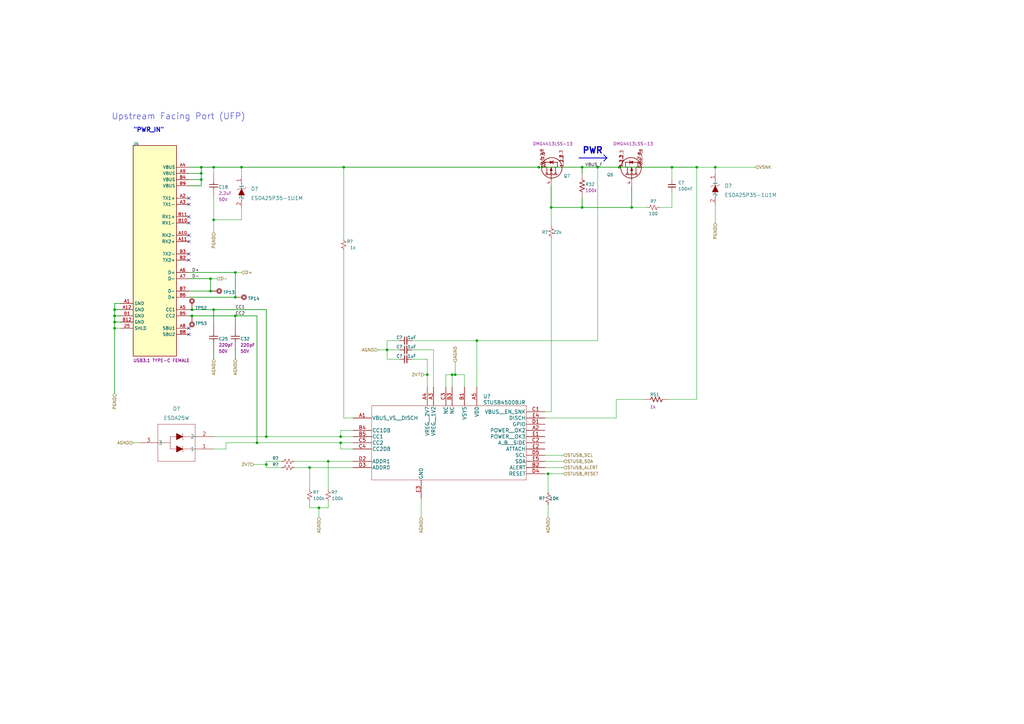
<source format=kicad_sch>
(kicad_sch (version 20211123) (generator eeschema)
  (paper "A3")
  (title_block (company "Microchip Technology Inc."))
  (lib_symbols
    (symbol "Device:C_Small" (pin_numbers hide) (pin_names (offset 0.254) hide)
      (property "Reference" "C" (at 0.254 1.778 0))
      (property "Value" "C_Small" (at 0.254 -2.032 0))
      (symbol "C_Small_1_1"
        (pin passive line (at 0 2.54 270) (length 2.032) (name "~") (number "1"))
        (pin passive line (at 0 -2.54 90) (length 2.032) (name "~") (number "2"))
      )
    )
    (symbol "Device:R_Small_US" (pin_numbers hide) (pin_names (offset 0.254) hide)
      (property "Reference" "R" (at 0.762 0.508 0))
      (property "Value" "R_Small_US" (at 0.762 -1.016 0))
      (symbol "R_Small_US_1_1"
        (pin passive line (at 0 2.54 270) (length 1.016) (name "~") (number "1"))
        (pin passive line (at 0 -2.54 90) (length 1.016) (name "~") (number "2"))
      )
    )
    (symbol "ESDA25P35-1U1M:ESDA25P35-1U1M" (pin_names (offset 0.254))
      (property "Reference" "CR" (at 0 7.62 0))
      (property "Value" "ESDA25P35-1U1M" (at 0 5.08 0))
      (symbol "ESDA25P35-1U1M_1_1"
        (pin unspecified line (at -6.35 0 0) (length 3) (name "1") (number "1"))
        (pin unspecified line (at 6.35 0 180) (length 3) (name "2") (number "2"))
      )
    )
    (symbol "ESDA25W:ESDA25W" (pin_names (offset 0.254))
      (property "Reference" "CR" (at 15.24 10.16 0))
      (property "Value" "ESDA25W" (at 15.24 7.62 0))
      (symbol "ESDA25W_1_1"
        (pin unspecified line (at 0 0 0) (length 7.62) (name "1") (number "1"))
        (pin unspecified line (at 0 -5.08 0) (length 7.62) (name "2") (number "2"))
        (pin unspecified line (at 30.48 -2.54 180) (length 7.62) (name "3") (number "3"))
      )
    )
    (symbol "STUSB4500BJR:STUSB4500BJR" (pin_names (offset 0.254))
      (property "Reference" "U" (at 20.32 20.32 0))
      (property "Value" "STUSB4500BJR" (at 27.94 17.78 0))
      (symbol "STUSB4500BJR_1_1"
        (pin input line (at -38.1 10.16 0) (length 7.62) (name "VBUS_VS__DISCH") (number "A1"))
        (pin open_collector line (at 40.64 5.08 180) (length 7.62) (name "POWER__OK2") (number "A2"))
        (pin power_out line (at -5.08 22.86 270) (length 7.62) (name "VREG__1V2") (number "A3"))
        (pin power_out line (at -7.62 22.86 270) (length 7.62) (name "VREG__2V7") (number "A4"))
        (pin power_in line (at 12.7 22.86 270) (length 7.62) (name "VDD") (number "A5"))
        (pin power_in line (at 7.62 22.86 270) (length 7.62) (name "VSYS") (number "B1"))
        (pin open_collector line (at 40.64 -10.16 180) (length 7.62) (name "ALERT") (number "B2"))
        (pin unspecified line (at 2.54 22.86 270) (length 7.62) (name "NC") (number "B3"))
        (pin bidirectional line (at -38.1 5.08 0) (length 7.62) (name "CC1DB") (number "B4"))
        (pin bidirectional line (at -38.1 2.54 0) (length 7.62) (name "CC1") (number "B5"))
        (pin open_collector line (at 40.64 12.7 180) (length 7.62) (name "VBUS__EN_SNK") (number "C1"))
        (pin open_collector line (at 40.64 0 180) (length 7.62) (name "A_B__SIDE") (number "C2"))
        (pin unspecified line (at 0 22.86 270) (length 7.62) (name "NC") (number "C3"))
        (pin bidirectional line (at -38.1 -2.54 0) (length 7.62) (name "CC2DB") (number "C4"))
        (pin bidirectional line (at -38.1 0 0) (length 7.62) (name "CC2") (number "C5"))
        (pin open_collector line (at 40.64 7.62 180) (length 7.62) (name "GPIO") (number "D1"))
        (pin input line (at -38.1 -7.62 0) (length 7.62) (name "ADDR1") (number "D2"))
        (pin input line (at -38.1 -10.16 0) (length 7.62) (name "ADDR0") (number "D3"))
        (pin input line (at 40.64 -12.7 180) (length 7.62) (name "RESET") (number "D4"))
        (pin input line (at 40.64 -5.08 180) (length 7.62) (name "SCL") (number "D5"))
        (pin open_collector line (at 40.64 2.54 180) (length 7.62) (name "POWER__OK3") (number "E1"))
        (pin open_collector line (at 40.64 -2.54 180) (length 7.62) (name "ATTACH") (number "E2"))
        (pin power_in line (at -10.16 -22.86 90) (length 7.62) (name "GND") (number "E3"))
        (pin open_collector line (at 40.64 10.16 180) (length 7.62) (name "DISCH") (number "E4"))
        (pin input line (at 40.64 -7.62 180) (length 7.62) (name "SDA") (number "E5"))
      )
    )
    (symbol "Top-altium-import:0_Resistor"
      (property "Value" "0_Resistor" (at 0 0 0))
      (symbol "0_Resistor_1_0"
        (pin passive line (at 0 0 0) (length 2.667) (name "1") (number "1"))
        (pin passive line (at 10.16 0 180) (length 2.667) (name "2") (number "2"))
      )
    )
    (symbol "Top-altium-import:0_Test Point No BOM"
      (property "Value" "0_Test Point No BOM" (at 0 0 0))
      (symbol "0_Test Point No BOM_1_0"
        (pin passive line (at 0 0 0) (length 2.54) (name "1") (number "1"))
      )
    )
    (symbol "Top-altium-import:0_mirrored_USBC_Receptacle_SMD_RA"
      (property "Value" "0_mirrored_USBC_Receptacle_SMD_RA" (at 0 0 0))
      (symbol "0_mirrored_USBC_Receptacle_SMD_RA_1_0"
        (pin passive line (at -22.86 -74.93 0) (length 5.08) (name "SHLD") (number "25"))
        (pin passive line (at -22.86 -64.77 0) (length 5.08) (name "GND") (number "A1"))
        (pin passive line (at 5.08 -36.83 180) (length 5.08) (name "RX2-") (number "A10"))
        (pin passive line (at 5.08 -39.37 180) (length 5.08) (name "RX2+") (number "A11"))
        (pin passive line (at -22.86 -67.31 0) (length 5.08) (name "GND") (number "A12"))
        (pin passive line (at 5.08 -21.59 180) (length 5.08) (name "TX1+") (number "A2"))
        (pin passive line (at 5.08 -24.13 180) (length 5.08) (name "TX1-") (number "A3"))
        (pin passive line (at 5.08 -8.89 180) (length 5.08) (name "VBUS") (number "A4"))
        (pin passive line (at 5.08 -67.31 180) (length 5.08) (name "CC1") (number "A5"))
        (pin passive line (at 5.08 -52.07 180) (length 5.08) (name "D+") (number "A6"))
        (pin passive line (at 5.08 -54.61 180) (length 5.08) (name "D-") (number "A7"))
        (pin passive line (at 5.08 -74.93 180) (length 5.08) (name "SBU1") (number "A8"))
        (pin passive line (at 5.08 -11.43 180) (length 5.08) (name "VBUS") (number "A9"))
        (pin passive line (at -22.86 -69.85 0) (length 5.08) (name "GND") (number "B1"))
        (pin passive line (at 5.08 -31.75 180) (length 5.08) (name "RX1-") (number "B10"))
        (pin passive line (at 5.08 -29.21 180) (length 5.08) (name "RX1+") (number "B11"))
        (pin passive line (at -22.86 -72.39 0) (length 5.08) (name "GND") (number "B12"))
        (pin passive line (at 5.08 -46.99 180) (length 5.08) (name "TX2+") (number "B2"))
        (pin passive line (at 5.08 -44.45 180) (length 5.08) (name "TX2-") (number "B3"))
        (pin passive line (at 5.08 -13.97 180) (length 5.08) (name "VBUS") (number "B4"))
        (pin passive line (at 5.08 -69.85 180) (length 5.08) (name "CC2") (number "B5"))
        (pin passive line (at 5.08 -62.23 180) (length 5.08) (name "D+") (number "B6"))
        (pin passive line (at 5.08 -59.69 180) (length 5.08) (name "D-") (number "B7"))
        (pin passive line (at 5.08 -77.47 180) (length 5.08) (name "SBU2") (number "B8"))
        (pin passive line (at 5.08 -16.51 180) (length 5.08) (name "VBUS") (number "B9"))
      )
    )
    (symbol "Top-altium-import:1_Capacitor NP"
      (property "Value" "1_Capacitor NP" (at 0 0 0))
      (symbol "1_Capacitor NP_1_0"
        (pin passive line (at 0 0 90) (length 3.81) (name "1") (number "1"))
        (pin passive line (at 0 10.16 270) (length 3.81) (name "2") (number "2"))
      )
    )
    (symbol "Top-altium-import:1_Resistor"
      (property "Value" "1_Resistor" (at 0 0 0))
      (symbol "1_Resistor_1_0"
        (pin passive line (at 0 0 90) (length 2.667) (name "1") (number "1"))
        (pin passive line (at 0 10.16 270) (length 2.667) (name "2") (number "2"))
      )
    )
    (symbol "Top-altium-import:1_SI4477DY-T1-GE3"
      (property "Value" "1_SI4477DY-T1-GE3" (at 0 0 0))
      (symbol "1_SI4477DY-T1-GE3_1_0"
        (text "1,2,3" (at 0 12.7 900) (effects (font (size 1.27 1.27)) (justify right top)))
        (text "1,2,3" (at 0 12.7 900) (effects (font (size 1.27 1.27)) (justify right top)))
        (text "1,2,3" (at 0.254 14.732 900) (effects (font (size 1.27 1.27)) (justify right top)))
        (text "5,6,7,8" (at 7.62 13.97 900) (effects (font (size 1.27 1.27)) (justify right top)))
        (text "5,6,7,8" (at 7.62 13.97 900) (effects (font (size 1.27 1.27)) (justify right top)))
        (text "5,6,7,8" (at 8.128 15.24 900) (effects (font (size 1.27 1.27)) (justify right top)))
        (pin passive line (at 0 7.62 0) (length 2.54) (name "S") (number "1"))
        (pin passive line (at 0 7.62 0) (length 2.54) (name "S") (number "2"))
        (pin passive line (at 0 7.62 0) (length 2.54) (name "S") (number "3"))
        (pin passive line (at 5.08 0 90) (length 2.54) (name "G") (number "4"))
        (pin passive line (at 10.16 7.62 180) (length 2.54) (name "D") (number "5"))
        (pin passive line (at 10.16 7.62 180) (length 2.54) (name "D") (number "6"))
        (pin passive line (at 10.16 7.62 180) (length 2.54) (name "D") (number "7"))
        (pin passive line (at 10.16 7.62 180) (length 2.54) (name "D") (number "8"))
      )
    )
    (symbol "Top-altium-import:1_Test Point No BOM"
      (property "Value" "1_Test Point No BOM" (at 0 0 0))
      (symbol "1_Test Point No BOM_1_0"
        (pin passive line (at 0 0 90) (length 2.54) (name "1") (number "1"))
      )
    )
    (symbol "Top-altium-import:1_mirrored_SI4477DY-T1-GE3"
      (property "Value" "1_mirrored_SI4477DY-T1-GE3" (at 0 0 0))
      (symbol "1_mirrored_SI4477DY-T1-GE3_1_0"
        (text "1,2,3" (at -0.254 14.732 900) (effects (font (size 1.27 1.27)) (justify right bottom)))
        (text "1,2,3" (at 0 12.7 900) (effects (font (size 1.27 1.27)) (justify right bottom)))
        (text "1,2,3" (at 0 12.7 900) (effects (font (size 1.27 1.27)) (justify right bottom)))
        (text "5,6,7,8" (at -8.128 15.24 900) (effects (font (size 1.27 1.27)) (justify right bottom)))
        (text "5,6,7,8" (at -7.62 13.97 900) (effects (font (size 1.27 1.27)) (justify right bottom)))
        (text "5,6,7,8" (at -7.62 13.97 900) (effects (font (size 1.27 1.27)) (justify right bottom)))
        (pin passive line (at 0 7.62 180) (length 2.54) (name "S") (number "1"))
        (pin passive line (at 0 7.62 180) (length 2.54) (name "S") (number "2"))
        (pin passive line (at 0 7.62 180) (length 2.54) (name "S") (number "3"))
        (pin passive line (at -5.08 0 90) (length 2.54) (name "G") (number "4"))
        (pin passive line (at -10.16 7.62 0) (length 2.54) (name "D") (number "5"))
        (pin passive line (at -10.16 7.62 0) (length 2.54) (name "D") (number "6"))
        (pin passive line (at -10.16 7.62 0) (length 2.54) (name "D") (number "7"))
        (pin passive line (at -10.16 7.62 0) (length 2.54) (name "D") (number "8"))
      )
    )
    (symbol "Top-altium-import:3_Test Point No BOM"
      (property "Value" "3_Test Point No BOM" (at 0 0 0))
      (symbol "3_Test Point No BOM_1_0"
        (pin passive line (at 0 0 270) (length 2.54) (name "1") (number "1"))
      )
    )
  )
  (junction (at 224.79 194.31))
  (junction (at 185.42 153.67))
  (junction (at 109.22 179.07))
  (junction (at 86.36 114.3))
  (junction (at 254 68.58))
  (junction (at 130.81 208.28))
  (junction (at 195.58 139.7))
  (junction (at 285.75 68.58))
  (junction (at 96.52 129.54))
  (junction (at 96.52 111.76))
  (junction (at 82.55 68.58))
  (junction (at 105.41 181.61))
  (junction (at 86.36 119.38))
  (junction (at 46.99 127))
  (junction (at 46.99 129.54))
  (junction (at 220.98 68.58))
  (junction (at 109.22 190.5))
  (junction (at 82.55 73.66))
  (junction (at 46.99 132.08))
  (junction (at 158.75 143.51))
  (junction (at 139.7 181.61))
  (junction (at 87.63 127))
  (junction (at 175.26 153.67))
  (junction (at 275.59 68.58))
  (junction (at 259.08 85.09))
  (junction (at 139.7 179.07))
  (junction (at 127 191.77))
  (junction (at 245.11 68.58))
  (junction (at 99.06 68.58))
  (junction (at 87.63 68.58))
  (junction (at 238.76 68.58))
  (junction (at 134.62 189.23))
  (junction (at 78.74 129.54))
  (junction (at 78.74 127))
  (junction (at 82.55 71.12))
  (junction (at 226.06 85.09))
  (junction (at 87.63 90.17))
  (junction (at 96.52 121.92))
  (junction (at 186.69 153.67))
  (junction (at 293.37 68.58))
  (junction (at 46.99 134.62))
  (junction (at 238.76 85.09))
  (junction (at 140.97 68.58))
  (no_connect (at 77.47 91.44))
  (no_connect (at 77.47 83.82))
  (no_connect (at 77.47 99.06))
  (no_connect (at 77.47 96.52))
  (no_connect (at 77.47 137.16))
  (no_connect (at 77.47 134.62))
  (no_connect (at 77.47 104.14))
  (no_connect (at 77.47 81.28))
  (no_connect (at 77.47 88.9))
  (no_connect (at 77.47 106.68))
  (wire (pts (xy 223.52 194.31) (xy 224.79 194.31)))
  (wire (pts (xy 158.75 147.32) (xy 158.75 143.51)))
  (wire (pts (xy 127 208.28) (xy 130.81 208.28)))
  (wire (pts (xy 92.71 184.15) (xy 92.71 181.61)))
  (wire (pts (xy 77.47 76.2) (xy 82.55 76.2)) (stroke (width 0.254)))
  (wire (pts (xy 77.47 71.12) (xy 82.55 71.12)) (stroke (width 0.254)))
  (wire (pts (xy 96.52 121.92) (xy 96.52 111.76)) (stroke (width 0.254)))
  (wire (pts (xy 86.36 114.3) (xy 77.47 114.3)) (stroke (width 0.254)))
  (wire (pts (xy 99.06 90.17) (xy 87.63 90.17)))
  (wire (pts (xy 54.61 181.61) (xy 57.15 181.61)))
  (wire (pts (xy 78.74 129.54) (xy 77.47 129.54)) (stroke (width 0.254)))
  (wire (pts (xy 87.63 95.25) (xy 87.63 90.17)))
  (wire (pts (xy 177.8 143.51) (xy 168.91 143.51)))
  (wire (pts (xy 78.74 127) (xy 87.63 127)) (stroke (width 0.254)))
  (wire (pts (xy 82.55 73.66) (xy 82.55 71.12)) (stroke (width 0.254)))
  (wire (pts (xy 96.52 111.76) (xy 99.06 111.76)))
  (wire (pts (xy 99.06 68.58) (xy 140.97 68.58)) (stroke (width 0.254)))
  (wire (pts (xy 140.97 68.58) (xy 220.98 68.58)) (stroke (width 0.254)))
  (polyline (pts (xy 248.92 64.77) (xy 247.65 63.5)) (stroke (width 0.254) (type solid)))
  (wire (pts (xy 224.79 194.31) (xy 224.79 201.93)))
  (wire (pts (xy 259.08 85.09) (xy 265.43 85.09)))
  (wire (pts (xy 105.41 129.54) (xy 96.52 129.54)) (stroke (width 0.254)))
  (wire (pts (xy 87.63 71.12) (xy 87.63 68.58)))
  (wire (pts (xy 86.36 114.3) (xy 88.9 114.3)))
  (wire (pts (xy 226.06 76.2) (xy 226.06 85.09)) (stroke (width 0.254)))
  (wire (pts (xy 238.76 68.58) (xy 245.11 68.58)) (stroke (width 0.254)))
  (wire (pts (xy 195.58 139.7) (xy 168.91 139.7)))
  (wire (pts (xy 82.55 68.58) (xy 77.47 68.58)) (stroke (width 0.254)))
  (wire (pts (xy 195.58 139.7) (xy 195.58 158.75)))
  (polyline (pts (xy 248.92 64.77) (xy 247.65 63.5)) (stroke (width 0.254) (type solid)))
  (wire (pts (xy 82.55 71.12) (xy 82.55 68.58)) (stroke (width 0.254)))
  (wire (pts (xy 134.62 205.74) (xy 134.62 208.28)))
  (wire (pts (xy 144.78 176.53) (xy 139.7 176.53)))
  (wire (pts (xy 46.99 134.62) (xy 49.53 134.62)))
  (wire (pts (xy 109.22 190.5) (xy 109.22 189.23)))
  (wire (pts (xy 139.7 184.15) (xy 139.7 181.61)))
  (wire (pts (xy 285.75 163.83) (xy 285.75 68.58)))
  (wire (pts (xy 99.06 68.58) (xy 99.06 72.39)))
  (wire (pts (xy 158.75 139.7) (xy 158.75 143.51)))
  (wire (pts (xy 46.99 124.46) (xy 46.99 127)) (stroke (width 0.254)))
  (wire (pts (xy 285.75 68.58) (xy 293.37 68.58)))
  (wire (pts (xy 130.81 208.28) (xy 130.81 212.09)))
  (wire (pts (xy 245.11 139.7) (xy 195.58 139.7)))
  (wire (pts (xy 96.52 129.54) (xy 78.74 129.54)) (stroke (width 0.254)))
  (wire (pts (xy 87.63 147.32) (xy 87.63 143.51)) (stroke (width 0.254)))
  (wire (pts (xy 158.75 143.51) (xy 163.83 143.51)))
  (wire (pts (xy 109.22 127) (xy 109.22 179.07)) (stroke (width 0.254)))
  (wire (pts (xy 224.79 207.01) (xy 224.79 212.09)))
  (wire (pts (xy 175.26 147.32) (xy 175.26 153.67)))
  (wire (pts (xy 226.06 168.91) (xy 226.06 97.79)))
  (wire (pts (xy 223.52 191.77) (xy 231.14 191.77)))
  (wire (pts (xy 185.42 153.67) (xy 186.69 153.67)))
  (wire (pts (xy 245.11 68.58) (xy 245.11 139.7)))
  (wire (pts (xy 82.55 76.2) (xy 82.55 73.66)) (stroke (width 0.254)))
  (wire (pts (xy 264.16 68.58) (xy 275.59 68.58)) (stroke (width 0.254)))
  (wire (pts (xy 175.26 153.67) (xy 175.26 158.75)))
  (wire (pts (xy 190.5 153.67) (xy 186.69 153.67)))
  (wire (pts (xy 220.98 68.58) (xy 229.87 68.58)) (stroke (width 0.254)))
  (wire (pts (xy 127 191.77) (xy 127 200.66)))
  (wire (pts (xy 238.76 71.12) (xy 238.76 68.58)) (stroke (width 0.254)))
  (polyline (pts (xy 237.49 64.77) (xy 248.92 64.77)) (stroke (width 0.254) (type solid)))
  (wire (pts (xy 87.63 127) (xy 109.22 127)) (stroke (width 0.254)))
  (wire (pts (xy 223.52 168.91) (xy 226.06 168.91)))
  (wire (pts (xy 293.37 68.58) (xy 309.88 68.58)))
  (polyline (pts (xy 237.49 64.77) (xy 248.92 64.77)) (stroke (width 0.254) (type solid)))
  (wire (pts (xy 139.7 179.07) (xy 144.78 179.07)))
  (wire (pts (xy 87.63 184.15) (xy 92.71 184.15)))
  (wire (pts (xy 259.08 76.2) (xy 259.08 85.09)) (stroke (width 0.254)))
  (wire (pts (xy 163.83 147.32) (xy 158.75 147.32)))
  (wire (pts (xy 127 205.74) (xy 127 208.28)))
  (wire (pts (xy 254 68.58) (xy 262.89 68.58)) (stroke (width 0.254)))
  (wire (pts (xy 49.53 129.54) (xy 46.99 129.54)) (stroke (width 0.254)))
  (wire (pts (xy 223.52 189.23) (xy 231.14 189.23)))
  (wire (pts (xy 252.73 171.45) (xy 252.73 163.83)))
  (wire (pts (xy 140.97 68.58) (xy 140.97 97.79)))
  (wire (pts (xy 87.63 90.17) (xy 87.63 81.28)))
  (wire (pts (xy 46.99 127) (xy 46.99 129.54)) (stroke (width 0.254)))
  (wire (pts (xy 77.47 121.92) (xy 96.52 121.92)) (stroke (width 0.254)))
  (wire (pts (xy 87.63 68.58) (xy 99.06 68.58)) (stroke (width 0.254)))
  (wire (pts (xy 177.8 158.75) (xy 177.8 143.51)))
  (wire (pts (xy 115.57 191.77) (xy 109.22 191.77)))
  (wire (pts (xy 104.14 190.5) (xy 109.22 190.5)))
  (wire (pts (xy 134.62 189.23) (xy 134.62 200.66)))
  (wire (pts (xy 49.53 124.46) (xy 46.99 124.46)) (stroke (width 0.254)))
  (wire (pts (xy 139.7 176.53) (xy 139.7 179.07)))
  (wire (pts (xy 105.41 181.61) (xy 139.7 181.61)))
  (wire (pts (xy 92.71 181.61) (xy 105.41 181.61)))
  (wire (pts (xy 173.99 153.67) (xy 175.26 153.67)))
  (wire (pts (xy 231.14 68.58) (xy 238.76 68.58)) (stroke (width 0.254)))
  (wire (pts (xy 109.22 179.07) (xy 139.7 179.07)))
  (wire (pts (xy 190.5 158.75) (xy 190.5 153.67)))
  (wire (pts (xy 87.63 133.35) (xy 87.63 127)) (stroke (width 0.254)))
  (wire (pts (xy 77.47 119.38) (xy 86.36 119.38)) (stroke (width 0.254)))
  (wire (pts (xy 275.59 85.09) (xy 275.59 78.74)))
  (wire (pts (xy 120.65 191.77) (xy 127 191.77)))
  (wire (pts (xy 186.69 153.67) (xy 186.69 148.59)))
  (wire (pts (xy 140.97 171.45) (xy 144.78 171.45)))
  (wire (pts (xy 275.59 68.58) (xy 285.75 68.58)) (stroke (width 0.254)))
  (wire (pts (xy 87.63 179.07) (xy 109.22 179.07)))
  (wire (pts (xy 96.52 111.76) (xy 77.47 111.76)) (stroke (width 0.254)))
  (wire (pts (xy 245.11 68.58) (xy 254 68.58)) (stroke (width 0.254)))
  (wire (pts (xy 109.22 191.77) (xy 109.22 190.5)))
  (wire (pts (xy 238.76 85.09) (xy 259.08 85.09)) (stroke (width 0.254)))
  (wire (pts (xy 275.59 68.58) (xy 275.59 73.66)))
  (wire (pts (xy 82.55 68.58) (xy 87.63 68.58)) (stroke (width 0.254)))
  (wire (pts (xy 99.06 85.09) (xy 99.06 90.17)))
  (wire (pts (xy 224.79 194.31) (xy 231.14 194.31)))
  (wire (pts (xy 77.47 73.66) (xy 82.55 73.66)) (stroke (width 0.254)))
  (wire (pts (xy 49.53 132.08) (xy 46.99 132.08)) (stroke (width 0.254)))
  (wire (pts (xy 134.62 208.28) (xy 130.81 208.28)))
  (wire (pts (xy 127 191.77) (xy 144.78 191.77)))
  (wire (pts (xy 163.83 139.7) (xy 158.75 139.7)))
  (wire (pts (xy 109.22 189.23) (xy 115.57 189.23)))
  (polyline (pts (xy 248.92 64.77) (xy 247.65 66.04)) (stroke (width 0.254) (type solid)))
  (wire (pts (xy 46.99 129.54) (xy 46.99 132.08)) (stroke (width 0.254)))
  (wire (pts (xy 274.32 163.83) (xy 285.75 163.83)))
  (wire (pts (xy 175.26 147.32) (xy 168.91 147.32)))
  (wire (pts (xy 96.52 133.35) (xy 96.52 129.54)) (stroke (width 0.254)))
  (wire (pts (xy 77.47 127) (xy 78.74 127)) (stroke (width 0.254)))
  (wire (pts (xy 120.65 189.23) (xy 134.62 189.23)))
  (wire (pts (xy 144.78 184.15) (xy 139.7 184.15)))
  (wire (pts (xy 223.52 171.45) (xy 252.73 171.45)))
  (wire (pts (xy 172.72 204.47) (xy 172.72 212.09)))
  (wire (pts (xy 46.99 132.08) (xy 46.99 134.62)) (stroke (width 0.254)))
  (wire (pts (xy 134.62 189.23) (xy 144.78 189.23)))
  (wire (pts (xy 293.37 68.58) (xy 293.37 71.12)))
  (wire (pts (xy 293.37 83.82) (xy 293.37 91.44)))
  (wire (pts (xy 185.42 153.67) (xy 185.42 158.75)))
  (wire (pts (xy 226.06 85.09) (xy 238.76 85.09)) (stroke (width 0.254)))
  (wire (pts (xy 105.41 129.54) (xy 105.41 181.61)) (stroke (width 0.254)))
  (wire (pts (xy 154.94 143.51) (xy 158.75 143.51)))
  (wire (pts (xy 140.97 102.87) (xy 140.97 171.45)))
  (wire (pts (xy 96.52 147.32) (xy 96.52 143.51)) (stroke (width 0.254)))
  (wire (pts (xy 223.52 186.69) (xy 231.14 186.69)))
  (wire (pts (xy 182.88 153.67) (xy 185.42 153.67)))
  (wire (pts (xy 86.36 119.38) (xy 86.36 114.3)) (stroke (width 0.254)))
  (wire (pts (xy 252.73 163.83) (xy 264.16 163.83)))
  (wire (pts (xy 49.53 127) (xy 46.99 127)) (stroke (width 0.254)))
  (wire (pts (xy 270.51 85.09) (xy 275.59 85.09)))
  (polyline (pts (xy 248.92 64.77) (xy 247.65 66.04)) (stroke (width 0.254) (type solid)))
  (wire (pts (xy 144.78 181.61) (xy 139.7 181.61)))
  (wire (pts (xy 46.99 134.62) (xy 46.99 161.29)) (stroke (width 0.254)))
  (wire (pts (xy 238.76 81.28) (xy 238.76 85.09)) (stroke (width 0.254)))
  (wire (pts (xy 182.88 158.75) (xy 182.88 153.67)))
  (wire (pts (xy 226.06 85.09) (xy 226.06 92.71)))
  (text "PWR" (at 238.76 63.3222 180) (effects (font (size 2.54 2.54) bold) (justify left bottom)))
  (text "\"PWR_IN\"" (at 54.61 54.4322 180) (effects (font (size 1.778 1.778) bold) (justify left bottom)))
  (text "Upstream Facing Port (UFP)" (at 45.72 49.3522 180) (effects (font (size 2.54 2.54)) (justify left bottom)))
  (label "CC2" (at 96.52 129.54 0))
  (label "CC1" (at 96.52 127 0))
  (label "D-" (at 78.74 114.3 0))
  (label "D+" (at 78.74 111.76 0))
  (label "VBUS_F" (at 240.03 68.58 0))
  (hierarchical_label "AGND" (shape input) (at 54.61 181.61 180))
  (hierarchical_label "D+" (shape input) (at 99.06 111.76 0))
  (hierarchical_label "AGND" (shape input) (at 224.79 212.09 270))
  (hierarchical_label "2V7" (shape input) (at 173.99 153.67 180))
  (hierarchical_label "STUSB_SCL" (shape input) (at 231.14 186.69 0))
  (hierarchical_label "AGND" (shape input) (at 96.52 147.32 270))
  (hierarchical_label "AGND" (shape input) (at 186.69 148.59 90))
  (hierarchical_label "AGND" (shape input) (at 130.81 212.09 270))
  (hierarchical_label "STUSB_RESET" (shape input) (at 231.14 194.31 0))
  (hierarchical_label "AGND" (shape input) (at 154.94 143.51 180))
  (hierarchical_label "2V7" (shape input) (at 104.14 190.5 180))
  (hierarchical_label "PGND" (shape input) (at 293.37 91.44 270))
  (hierarchical_label "STUSB_SDA" (shape input) (at 231.14 189.23 0))
  (hierarchical_label "PGND" (shape input) (at 87.63 95.25 270))
  (hierarchical_label "AGND" (shape input) (at 172.72 212.09 270))
  (hierarchical_label "STUSB_ALERT" (shape input) (at 231.14 191.77 0))
  (hierarchical_label "AGND" (shape input) (at 87.63 147.32 270))
  (hierarchical_label "D-" (shape input) (at 88.9 114.3 0))
  (hierarchical_label "VSNK" (shape input) (at 309.88 68.58 0))
  (hierarchical_label "PGND" (shape input) (at 46.99 161.29 270))
  (symbol (lib_id "Device:R_Small_US") (at 127 203.2 0) (unit 1)
    (property "Reference" "R?" (at 129.54 201.93 0))
    (property "Value" "100k" (at 130.81 204.47 0))
  )
  (symbol (lib_id "ESDA25P35-1U1M:ESDA25P35-1U1M") (at 293.37 77.47 270) (unit 1)
    (property "Reference" "D?" (at 297.18 76.2 90) (effects (font (size 1.524 1.524)) (justify left)))
    (property "Value" "ESDA25P35-1U1M" (at 297.18 80.01 90) (effects (font (size 1.524 1.524)) (justify left)))
    (property "Footprint" "custom_modules:ESDA25P35-1U1M" (effects hide))
  )
  (symbol (lib_id "Top-altium-import:1_SI4477DY-T1-GE3") (at 254 76.2 0) (unit 1)
    (property "Reference" "Q6" (at 248.92 72.39 0) (effects (justify left bottom)))
    (property "Value" "SI4477DY-T1-GE3" (effects hide))
    (property "Footprint" "SOIC-8" (effects hide))
    (property "MCHP-ID" "TRA1254" (effects hide))
    (property "ALTIUM_VALUE" "DMG4413LSS-13" (at 251.46 59.69 0) (effects (justify left bottom)))
    (property "REVISION" "A" (effects hide))
    (property "SYMBOL" "Transistor MOS-P SSSGDDDD" (effects hide))
    (property "DESCRIPTION_" "TRANS FET P-CH DMG4413LSS-13 30V 10.5A 0.0075R 1.7W SOIC-8" (effects hide))
    (property "STATUS" "MCL Design" (effects hide))
    (property "DEV TOOLS STATUS" "Design" (effects hide))
    (property "PACKAGE" "SOIC-8" (effects hide))
    (property "COMPONENTLINK1URL" "https://chn-vm-apps.microchip.com/mchprepo/parts/Datasheets/ds31754.pdf" (effects hide))
    (property "COMPONENTLINK1DESCRIPTION" "SVN Datasheet" (effects hide))
    (property "COMPONENTLINK2URL" "C~{:}ALTIUM_WOR~{K}00001_MCHP-CD~{B}Datasheet~{s}ds31754.pdf" (effects hide))
    (property "COMPONENTLINK2DESCRIPTION" "Local Datasheet" (effects hide))
    (property "COMPONENTLINK3URL" "C~{:}ALTIUM_WOR~{K}00001_MCHP-CD~{B}Librar~{y}LibraryRef~{s}Transistor MOS-P SSSGDDDD.SchLib" (effects hide))
    (property "COMPONENTLINK3DESCRIPTION" "Open Symbol" (effects hide))
    (property "COMPONENTLINK4URL" "C~{:}ALTIUM_WOR~{K}00001_MCHP-CD~{B}Librar~{y}Footprint~{s}SOIC-8.PcbLib" (effects hide))
    (property "COMPONENTLINK4DESCRIPTION" "Open Footprint" (effects hide))
    (property "COMPONENTLINK5DESCRIPTION" "Open Footprint 2" (effects hide))
    (property "COMPONENTLINK6DESCRIPTION" "Open Footprint 3" (effects hide))
    (property "COMPONENTLINK7DESCRIPTION" "Open Footprint 4" (effects hide))
    (property "OPERATING TEMPERATURE" "-55°C ~ 150°C" (effects hide))
    (property "CATEGORY" "Transistor" (effects hide))
    (property "TYPE" "FET" (effects hide))
    (property "CURRENT" "10.5A" (effects hide))
    (property "DRAIN TO SOURCE VOLTAGE" "30V" (effects hide))
    (property "GATE TO SOURCE VOLTAGE" "2.1V" (effects hide))
    (property "POWER" "1.7W" (effects hide))
    (property "VOLTAGE" "30V" (effects hide))
    (property "OWNER" "Sam Charles" (effects hide))
    (property "MANUFACTURER 1" "Diodes Incorporated" (effects hide))
    (property "MANUFACTURER PART NUMBER 1" "DMG4413LSS-13" (effects hide))
    (property "SUPPLIER 1" "Future Electronics" (effects hide))
    (property "SUPPLIER PART NUMBER 1" "9101814" (effects hide))
    (property "POPULATED" "YES" (effects hide))
    (property "QUANTITY OVERRIDE" "1" (effects hide))
  )
  (symbol (lib_id "Top-altium-import:1_Test Point No BOM") (at 78.74 127 0) (unit 1)
    (property "Reference" "TP52" (at 80.01 127 0) (effects (justify left bottom)))
    (property "Value" "Test Point No BOM" (effects hide))
    (property "Footprint" "TP_1mm_SMD" (effects hide))
    (property "MCHP-ID" "CON1759" (effects hide))
    (property "ALTIUM_VALUE" "TP PAD PCB 1mm" (effects hide))
    (property "REVISION" "A" (effects hide))
    (property "SYMBOL" "Test Point No BOM" (effects hide))
    (property "DESCRIPTION_" "CON TP PAD PCB 1mm SMD" (effects hide))
    (property "STATUS" "MCL Design" (effects hide))
    (property "DEV TOOLS STATUS" "Design" (effects hide))
    (property "COMPONENTLINK1DESCRIPTION" "SVN Datasheet" (effects hide))
    (property "COMPONENTLINK2DESCRIPTION" "Local Datasheet" (effects hide))
    (property "COMPONENTLINK3URL" "C~{:}ALTIUM_WOR~{K}00001_MCHP-CD~{B}Librar~{y}LibraryRef~{s}Test Point No BOM.SchLib" (effects hide))
    (property "COMPONENTLINK3DESCRIPTION" "Open Symbol" (effects hide))
    (property "COMPONENTLINK4URL" "C~{:}ALTIUM_WOR~{K}00001_MCHP-CD~{B}Librar~{y}Footprint~{s}TP_1mm_SMD.PcbLib" (effects hide))
    (property "COMPONENTLINK4DESCRIPTION" "Open Footprint" (effects hide))
    (property "COMPONENTLINK5DESCRIPTION" "Open Footprint 2" (effects hide))
    (property "COMPONENTLINK6DESCRIPTION" "Open Footprint 3" (effects hide))
    (property "COMPONENTLINK7DESCRIPTION" "Open Footprint 4" (effects hide))
    (property "TYPE" "Test Point" (effects hide))
    (property "CATEGORY" "Connector" (effects hide))
    (property "OWNER" "Cristian Papuc" (effects hide))
    (property "POPULATED" "YES" (effects hide))
    (property "QUANTITY OVERRIDE" "1" (effects hide))
  )
  (symbol (lib_id "Top-altium-import:1_Capacitor NP") (at 87.63 143.51 0) (unit 1)
    (property "Reference" "C25" (at 89.662 139.7 0) (effects (justify left bottom)))
    (property "Value" "Capacitor NP" (effects hide))
    (property "Footprint" "CAP_C_0402" (effects hide))
    (property "MCHP-ID" "CAP1774" (effects hide))
    (property "ALTIUM_VALUE" "220pF" (at 89.662 142.24 0) (effects (justify left bottom)))
    (property "VOLTAGE" "50V" (at 89.662 144.78 0) (effects (justify left bottom)))
    (property "PACKAGE" "0402" (effects hide))
    (property "REVISION" "1" (effects hide))
    (property "SYMBOL" "Capacitor NP" (effects hide))
    (property "DESCRIPTION_" "CAP CER 220pF 50V 5% NP0 SMD 0402" (effects hide))
    (property "STATUS" "MCL Design" (effects hide))
    (property "DEV TOOLS STATUS" "Production" (effects hide))
    (property "TOLERANCE" "5%" (effects hide))
    (property "TEMPERATURE COEFFCIENT" "NPO" (effects hide))
    (property "COMPONENTLINK1URL" "https://chn-vm-apps.microchip.com/mchprepo/parts/Datasheets/partnumbering_e_01.pdf" (effects hide))
    (property "COMPONENTLINK1DESCRIPTION" "SVN Datasheet" (effects hide))
    (property "COMPONENTLINK2URL" "C~{:}ALTIUM_WOR~{K}00001_MCHP-CD~{B}Datasheet~{s}partnumbering_e_01.pdf" (effects hide))
    (property "COMPONENTLINK2DESCRIPTION" "Local Datasheet" (effects hide))
    (property "COMPONENTLINK3URL" "C~{:}ALTIUM_WOR~{K}00001_MCHP-CD~{B}Librar~{y}LibraryRef~{s}Capacitor NP.SchLib" (effects hide))
    (property "COMPONENTLINK3DESCRIPTION" "Open Symbol" (effects hide))
    (property "COMPONENTLINK4URL" "C~{:}ALTIUM_WOR~{K}00001_MCHP-CD~{B}Librar~{y}Footprint~{s}CAP_C_0402.PcbLib" (effects hide))
    (property "COMPONENTLINK4DESCRIPTION" "Open Footprint" (effects hide))
    (property "COMPONENTLINK5DESCRIPTION" "Open Footprint 2" (effects hide))
    (property "COMPONENTLINK6DESCRIPTION" "Open Footprint 3" (effects hide))
    (property "COMPONENTLINK7DESCRIPTION" "Open Footprint 4" (effects hide))
    (property "OPERATING TEMPERATURE" "-55°C ~ 125°C" (effects hide))
    (property "TYPE" "Ceramic" (effects hide))
    (property "CATEGORY" "Capacitor" (effects hide))
    (property "OWNER" "Sam Charles" (effects hide))
    (property "MANUFACTURER 1" "Murata Electronics North America" (effects hide))
    (property "MANUFACTURER PART NUMBER 1" "GRM1555C1H221JA01D" (effects hide))
    (property "SUPPLIER 1" "Digi-Key" (effects hide))
    (property "SUPPLIER PART NUMBER 1" "490-1293-1-ND" (effects hide))
    (property "POPULATED" "YES" (effects hide))
    (property "QUANTITY OVERRIDE" "1" (effects hide))
  )
  (symbol (lib_id "Device:R_Small_US") (at 118.11 191.77 270) (unit 1)
    (property "Reference" "R?" (at 113.03 190.5 90))
    (property "Value" "R_Small_US" (effects hide))
  )
  (symbol (lib_id "Device:C_Small") (at 275.59 76.2 0) (unit 1)
    (property "Reference" "C?" (at 278.13 74.9362 0) (effects (justify left)))
    (property "Value" "100nF" (at 278.13 77.4762 0) (effects (justify left)))
  )
  (symbol (lib_id "Top-altium-import:0_Test Point No BOM") (at 86.36 119.38 0) (unit 1)
    (property "Reference" "TP13" (at 91.44 120.65 0) (effects (justify left bottom)))
    (property "Value" "Test Point No BOM" (effects hide))
    (property "Footprint" "TP_1mm_SMD" (effects hide))
    (property "MCHP-ID" "CON1759" (effects hide))
    (property "ALTIUM_VALUE" "TP PAD PCB 1mm" (effects hide))
    (property "REVISION" "A" (effects hide))
    (property "SYMBOL" "Test Point No BOM" (effects hide))
    (property "DESCRIPTION_" "CON TP PAD PCB 1mm SMD" (effects hide))
    (property "STATUS" "MCL Design" (effects hide))
    (property "DEV TOOLS STATUS" "Design" (effects hide))
    (property "COMPONENTLINK1DESCRIPTION" "SVN Datasheet" (effects hide))
    (property "COMPONENTLINK2DESCRIPTION" "Local Datasheet" (effects hide))
    (property "COMPONENTLINK3URL" "C~{:}ALTIUM_WOR~{K}00001_MCHP-CD~{B}Librar~{y}LibraryRef~{s}Test Point No BOM.SchLib" (effects hide))
    (property "COMPONENTLINK3DESCRIPTION" "Open Symbol" (effects hide))
    (property "COMPONENTLINK4URL" "C~{:}ALTIUM_WOR~{K}00001_MCHP-CD~{B}Librar~{y}Footprint~{s}TP_1mm_SMD.PcbLib" (effects hide))
    (property "COMPONENTLINK4DESCRIPTION" "Open Footprint" (effects hide))
    (property "COMPONENTLINK5DESCRIPTION" "Open Footprint 2" (effects hide))
    (property "COMPONENTLINK6DESCRIPTION" "Open Footprint 3" (effects hide))
    (property "COMPONENTLINK7DESCRIPTION" "Open Footprint 4" (effects hide))
    (property "TYPE" "Test Point" (effects hide))
    (property "CATEGORY" "Connector" (effects hide))
    (property "OWNER" "Cristian Papuc" (effects hide))
    (property "POPULATED" "YES" (effects hide))
    (property "QUANTITY OVERRIDE" "1" (effects hide))
  )
  (symbol (lib_id "Device:C_Small") (at 166.37 143.51 90) (unit 1)
    (property "Reference" "C?" (at 163.83 142.24 90))
    (property "Value" "1uF" (at 168.91 142.24 90))
  )
  (symbol (lib_id "STUSB4500BJR:STUSB4500BJR") (at 182.88 181.61 0) (unit 1)
    (property "Reference" "U?" (at 198.12 162.56 0) (effects (font (size 1.524 1.524)) (justify left)))
    (property "Value" "STUSB4500BJR" (at 198.12 165.1 0) (effects (font (size 1.524 1.524)) (justify left)))
    (property "Footprint" "custom_modules:STUSB4500BJR" (effects hide))
  )
  (symbol (lib_id "Device:C_Small") (at 166.37 147.32 90) (unit 1)
    (property "Reference" "C?" (at 163.83 146.05 90))
    (property "Value" "1uF" (at 168.91 146.05 90))
  )
  (symbol (lib_id "Device:C_Small") (at 166.37 139.7 90) (unit 1)
    (property "Reference" "C?" (at 163.83 138.43 90))
    (property "Value" "1uF" (at 168.91 138.43 90))
  )
  (symbol (lib_id "ESDA25W:ESDA25W") (at 87.63 184.15 180) (unit 1)
    (property "Reference" "D?" (at 72.39 167.64 0) (effects (font (size 1.524 1.524))))
    (property "Value" "ESDA25W" (at 72.39 171.45 0) (effects (font (size 1.524 1.524))))
    (property "Footprint" "custom_modules:ESDA25W" (effects hide))
  )
  (symbol (lib_id "Top-altium-import:0_Test Point No BOM") (at 96.52 121.92 0) (unit 1)
    (property "Reference" "TP14" (at 101.6 123.19 0) (effects (justify left bottom)))
    (property "Value" "Test Point No BOM" (effects hide))
    (property "Footprint" "TP_1mm_SMD" (effects hide))
    (property "MCHP-ID" "CON1759" (effects hide))
    (property "ALTIUM_VALUE" "TP PAD PCB 1mm" (effects hide))
    (property "REVISION" "A" (effects hide))
    (property "SYMBOL" "Test Point No BOM" (effects hide))
    (property "DESCRIPTION_" "CON TP PAD PCB 1mm SMD" (effects hide))
    (property "STATUS" "MCL Design" (effects hide))
    (property "DEV TOOLS STATUS" "Design" (effects hide))
    (property "COMPONENTLINK1DESCRIPTION" "SVN Datasheet" (effects hide))
    (property "COMPONENTLINK2DESCRIPTION" "Local Datasheet" (effects hide))
    (property "COMPONENTLINK3URL" "C~{:}ALTIUM_WOR~{K}00001_MCHP-CD~{B}Librar~{y}LibraryRef~{s}Test Point No BOM.SchLib" (effects hide))
    (property "COMPONENTLINK3DESCRIPTION" "Open Symbol" (effects hide))
    (property "COMPONENTLINK4URL" "C~{:}ALTIUM_WOR~{K}00001_MCHP-CD~{B}Librar~{y}Footprint~{s}TP_1mm_SMD.PcbLib" (effects hide))
    (property "COMPONENTLINK4DESCRIPTION" "Open Footprint" (effects hide))
    (property "COMPONENTLINK5DESCRIPTION" "Open Footprint 2" (effects hide))
    (property "COMPONENTLINK6DESCRIPTION" "Open Footprint 3" (effects hide))
    (property "COMPONENTLINK7DESCRIPTION" "Open Footprint 4" (effects hide))
    (property "TYPE" "Test Point" (effects hide))
    (property "CATEGORY" "Connector" (effects hide))
    (property "OWNER" "Cristian Papuc" (effects hide))
    (property "POPULATED" "YES" (effects hide))
    (property "QUANTITY OVERRIDE" "1" (effects hide))
  )
  (symbol (lib_id "Device:R_Small_US") (at 267.97 85.09 90) (unit 1)
    (property "Reference" "R?" (at 267.97 82.55 90))
    (property "Value" "100" (at 267.97 87.63 90))
  )
  (symbol (lib_id "Top-altium-import:1_Resistor") (at 238.76 81.28 0) (unit 1)
    (property "Reference" "R32" (at 240.03 76.327 0) (effects (justify left bottom)))
    (property "Value" "Resistor" (effects hide))
    (property "Footprint" "RES_C_0402" (effects hide))
    (property "MCHP-ID" "RES1011" (effects hide))
    (property "ALTIUM_VALUE" "100k" (at 240.03 78.867 0) (effects (justify left bottom)))
    (property "PACKAGE" "0402" (effects hide))
    (property "TOLERANCE" "1%" (effects hide))
    (property "REVISION" "1" (effects hide))
    (property "SYMBOL" "Resistor" (effects hide))
    (property "DESCRIPTION_" "RES TKF 100k 1% 1/10W SMD 0402" (effects hide))
    (property "STATUS" "MCL Design" (effects hide))
    (property "DEV TOOLS STATUS" "Production" (effects hide))
    (property "COMPONENTLINK1URL" "https://chn-vm-apps.microchip.com/mchprepo/parts/Datasheets/AOA0000CE2.pdf" (effects hide))
    (property "COMPONENTLINK1DESCRIPTION" "SVN Datasheet" (effects hide))
    (property "COMPONENTLINK2URL" "C~{:}ALTIUM_WOR~{K}00001_MCHP-CD~{B}Datasheet~{s}AOA0000CE2.pdf" (effects hide))
    (property "COMPONENTLINK2DESCRIPTION" "Local Datasheet" (effects hide))
    (property "COMPONENTLINK3URL" "C~{:}ALTIUM_WOR~{K}00001_MCHP-CD~{B}Librar~{y}LibraryRef~{s}Resistor.SchLib" (effects hide))
    (property "COMPONENTLINK3DESCRIPTION" "Open Symbol" (effects hide))
    (property "COMPONENTLINK4URL" "C~{:}ALTIUM_WOR~{K}00001_MCHP-CD~{B}Librar~{y}Footprint~{s}RES_C_0402.PcbLib" (effects hide))
    (property "COMPONENTLINK4DESCRIPTION" "Open Footprint" (effects hide))
    (property "COMPONENTLINK5DESCRIPTION" "Open Footprint 2" (effects hide))
    (property "COMPONENTLINK6DESCRIPTION" "Open Footprint 3" (effects hide))
    (property "COMPONENTLINK7DESCRIPTION" "Open Footprint 4" (effects hide))
    (property "OPERATING TEMPERATURE" "-55C to +125C" (effects hide))
    (property "CATEGORY" "Resistor" (effects hide))
    (property "TYPE" "RES SMD" (effects hide))
    (property "VOLTAGE" "50V" (effects hide))
    (property "TEMPERATURE COEFFCIENT" "100ppm/C" (effects hide))
    (property "COMPOSITION" "TKF" (effects hide))
    (property "POWER" "1/10W" (effects hide))
    (property "OWNER" "Tad Ahlvers" (effects hide))
    (property "MANUFACTURER 1" "Panasonic" (effects hide))
    (property "MANUFACTURER PART NUMBER 1" "ERJ-2RKF1003X" (effects hide))
    (property "SUPPLIER 1" "Digi-Key" (effects hide))
    (property "SUPPLIER PART NUMBER 1" "P100KLCT-ND" (effects hide))
    (property "POPULATED" "YES" (effects hide))
    (property "QUANTITY OVERRIDE" "1" (effects hide))
  )
  (symbol (lib_id "Top-altium-import:0_Resistor") (at 264.16 163.83 0) (unit 1)
    (property "Reference" "R51" (at 266.573 162.56 0) (effects (justify left bottom)))
    (property "Value" "Resistor" (effects hide))
    (property "Footprint" "RES_C_0402" (effects hide))
    (property "MCHP-ID" "RES1022" (effects hide))
    (property "ALTIUM_VALUE" "1k" (at 266.573 167.64 0) (effects (justify left bottom)))
    (property "PACKAGE" "0402" (effects hide))
    (property "TOLERANCE" "1%" (effects hide))
    (property "REVISION" "2" (effects hide))
    (property "SYMBOL" "Resistor" (effects hide))
    (property "DESCRIPTION_" "RES TKF 1k 1% 1/10W SMD 0402" (effects hide))
    (property "STATUS" "MCL Design" (effects hide))
    (property "DEV TOOLS STATUS" "Production" (effects hide))
    (property "COMPONENTLINK1URL" "https://chn-vm-apps.microchip.com/mchprepo/parts/Datasheets/AOA0000CE2.pdf" (effects hide))
    (property "COMPONENTLINK1DESCRIPTION" "SVN Datasheet" (effects hide))
    (property "COMPONENTLINK2URL" "C~{:}ALTIUM_WOR~{K}00001_MCHP-CD~{B}Datasheet~{s}AOA0000CE2.pdf" (effects hide))
    (property "COMPONENTLINK2DESCRIPTION" "Local Datasheet" (effects hide))
    (property "COMPONENTLINK3URL" "C~{:}ALTIUM_WOR~{K}00001_MCHP-CD~{B}Librar~{y}LibraryRef~{s}Resistor.SchLib" (effects hide))
    (property "COMPONENTLINK3DESCRIPTION" "Open Symbol" (effects hide))
    (property "COMPONENTLINK4URL" "C~{:}ALTIUM_WOR~{K}00001_MCHP-CD~{B}Librar~{y}Footprint~{s}RES_C_0402.PcbLib" (effects hide))
    (property "COMPONENTLINK4DESCRIPTION" "Open Footprint" (effects hide))
    (property "COMPONENTLINK5DESCRIPTION" "Open Footprint 2" (effects hide))
    (property "COMPONENTLINK6DESCRIPTION" "Open Footprint 3" (effects hide))
    (property "COMPONENTLINK7DESCRIPTION" "Open Footprint 4" (effects hide))
    (property "OPERATING TEMPERATURE" "-55C to +155C" (effects hide))
    (property "CATEGORY" "Resistor" (effects hide))
    (property "TYPE" "RES SMD" (effects hide))
    (property "VOLTAGE" "50V" (effects hide))
    (property "TEMPERATURE COEFFCIENT" "100ppm/C" (effects hide))
    (property "COMPOSITION" "TKF" (effects hide))
    (property "POWER" "1/10W" (effects hide))
    (property "OWNER" "Tad Ahlvers" (effects hide))
    (property "MANUFACTURER 1" "Panasonic" (effects hide))
    (property "MANUFACTURER PART NUMBER 1" "ERJ-2RKF1001X" (effects hide))
    (property "SUPPLIER 1" "Digi-Key" (effects hide))
    (property "SUPPLIER PART NUMBER 1" "P1.00KLTR-ND" (effects hide))
    (property "POPULATED" "YES" (effects hide))
    (property "QUANTITY OVERRIDE" "1" (effects hide))
  )
  (symbol (lib_id "Device:R_Small_US") (at 134.62 203.2 0) (unit 1)
    (property "Reference" "R?" (at 137.16 201.93 0))
    (property "Value" "100k" (at 138.43 204.47 0))
  )
  (symbol (lib_id "Device:R_Small_US") (at 226.06 95.25 180) (unit 1)
    (property "Reference" "R?" (at 223.52 95.25 0))
    (property "Value" "22k" (at 228.6 95.25 0))
  )
  (symbol (lib_id "Device:R_Small_US") (at 118.11 189.23 270) (unit 1)
    (property "Reference" "R?" (at 113.03 187.96 90))
    (property "Value" "R_Small_US" (effects hide))
  )
  (symbol (lib_id "Top-altium-import:1_Capacitor NP") (at 96.52 143.51 0) (unit 1)
    (property "Reference" "C32" (at 98.552 139.7 0) (effects (justify left bottom)))
    (property "Value" "Capacitor NP" (effects hide))
    (property "Footprint" "CAP_C_0402" (effects hide))
    (property "MCHP-ID" "CAP1774" (effects hide))
    (property "ALTIUM_VALUE" "220pF" (at 98.552 142.24 0) (effects (justify left bottom)))
    (property "VOLTAGE" "50V" (at 98.552 144.78 0) (effects (justify left bottom)))
    (property "PACKAGE" "0402" (effects hide))
    (property "REVISION" "1" (effects hide))
    (property "SYMBOL" "Capacitor NP" (effects hide))
    (property "DESCRIPTION_" "CAP CER 220pF 50V 5% NP0 SMD 0402" (effects hide))
    (property "STATUS" "MCL Design" (effects hide))
    (property "DEV TOOLS STATUS" "Production" (effects hide))
    (property "TOLERANCE" "5%" (effects hide))
    (property "TEMPERATURE COEFFCIENT" "NPO" (effects hide))
    (property "COMPONENTLINK1URL" "https://chn-vm-apps.microchip.com/mchprepo/parts/Datasheets/partnumbering_e_01.pdf" (effects hide))
    (property "COMPONENTLINK1DESCRIPTION" "SVN Datasheet" (effects hide))
    (property "COMPONENTLINK2URL" "C~{:}ALTIUM_WOR~{K}00001_MCHP-CD~{B}Datasheet~{s}partnumbering_e_01.pdf" (effects hide))
    (property "COMPONENTLINK2DESCRIPTION" "Local Datasheet" (effects hide))
    (property "COMPONENTLINK3URL" "C~{:}ALTIUM_WOR~{K}00001_MCHP-CD~{B}Librar~{y}LibraryRef~{s}Capacitor NP.SchLib" (effects hide))
    (property "COMPONENTLINK3DESCRIPTION" "Open Symbol" (effects hide))
    (property "COMPONENTLINK4URL" "C~{:}ALTIUM_WOR~{K}00001_MCHP-CD~{B}Librar~{y}Footprint~{s}CAP_C_0402.PcbLib" (effects hide))
    (property "COMPONENTLINK4DESCRIPTION" "Open Footprint" (effects hide))
    (property "COMPONENTLINK5DESCRIPTION" "Open Footprint 2" (effects hide))
    (property "COMPONENTLINK6DESCRIPTION" "Open Footprint 3" (effects hide))
    (property "COMPONENTLINK7DESCRIPTION" "Open Footprint 4" (effects hide))
    (property "OPERATING TEMPERATURE" "-55°C ~ 125°C" (effects hide))
    (property "TYPE" "Ceramic" (effects hide))
    (property "CATEGORY" "Capacitor" (effects hide))
    (property "OWNER" "Sam Charles" (effects hide))
    (property "MANUFACTURER 1" "Murata Electronics North America" (effects hide))
    (property "MANUFACTURER PART NUMBER 1" "GRM1555C1H221JA01D" (effects hide))
    (property "SUPPLIER 1" "Digi-Key" (effects hide))
    (property "SUPPLIER PART NUMBER 1" "490-1293-1-ND" (effects hide))
    (property "POPULATED" "YES" (effects hide))
    (property "QUANTITY OVERRIDE" "1" (effects hide))
  )
  (symbol (lib_id "Top-altium-import:0_mirrored_USBC_Receptacle_SMD_RA") (at 72.39 59.69 0) (unit 1)
    (property "Reference" "J4" (at 54.61 59.69 0) (effects (justify left bottom)))
    (property "Value" "USBC_Receptacle_SMD_RA" (effects hide))
    (property "Footprint" "CON_USB3.1-C_RCPT_SMD_RA_ACP_12401610E4#2A" (effects hide))
    (property "MCHP-ID" "CON1809" (effects hide))
    (property "ALTIUM_VALUE" "USB3.1 TYPE-C FEMALE" (at 54.61 148.59 0) (effects (justify left bottom)))
    (property "REVISION" "1" (effects hide))
    (property "SYMBOL" "USBC_Receptacle_SMD_RA" (effects hide))
    (property "DESCRIPTION_" "CON USB3.1 TID TYPE-C Female SMD R/A" (effects hide))
    (property "STATUS" "MCL Design" (effects hide))
    (property "DEV TOOLS STATUS" "Production" (effects hide))
    (property "COMPONENTLINK1URL" "https://chn-vm-apps.microchip.com/mchprepo/parts/Datasheets/USBC-Receptacle-SMT-RA-Amphenol" (effects hide))
    (property "COMPONENTLINK1DESCRIPTION" "SVN Datasheet" (effects hide))
    (property "COMPONENTLINK2URL" "C~{:}ALTIUM_WOR~{K}00001_MCHP-CD~{B}Datasheet~{s}USBC-Receptacle-SMT-RA-Amphenol" (effects hide))
    (property "COMPONENTLINK2DESCRIPTION" "Local Datasheet" (effects hide))
    (property "COMPONENTLINK3URL" "C~{:}ALTIUM_WOR~{K}00001_MCHP-CD~{B}Librar~{y}LibraryRef~{s}USBC_Receptacle_SMD_RA.SchLib" (effects hide))
    (property "COMPONENTLINK3DESCRIPTION" "Open Symbol" (effects hide))
    (property "COMPONENTLINK4URL" "C~{:}ALTIUM_WOR~{K}00001_MCHP-CD~{B}Librar~{y}Footprint~{s}CON_USB3.1-C_RCPT_SMD_RA_ACP_12401610E4#2A.PcbLib" (effects hide))
    (property "COMPONENTLINK4DESCRIPTION" "Open Footprint" (effects hide))
    (property "COMPONENTLINK5DESCRIPTION" "Open Footprint 2" (effects hide))
    (property "COMPONENTLINK6DESCRIPTION" "Open Footprint 3" (effects hide))
    (property "COMPONENTLINK7DESCRIPTION" "Open Footprint 4" (effects hide))
    (property "TYPE" "USB" (effects hide))
    (property "CATEGORY" "Connector" (effects hide))
    (property "OWNER" "Jennifer Hancock" (effects hide))
    (property "CURRENT" "5A" (effects hide))
    (property "MANUFACTURER 1" "Amphenol Commercial Products" (effects hide))
    (property "MANUFACTURER PART NUMBER 1" "12401610E4#2A" (effects hide))
    (property "SUPPLIER 1" "Digi-Key" (effects hide))
    (property "SUPPLIER PART NUMBER 1" "12401610E4#2ACT-ND" (effects hide))
    (property "CUSTOM PARAMETERS" "TID=5200000514,UNG=Approved" (effects hide))
    (property "POPULATED" "YES" (effects hide))
    (property "QUANTITY OVERRIDE" "1" (effects hide))
  )
  (symbol (lib_id "Device:R_Small_US") (at 224.79 204.47 180) (unit 1)
    (property "Reference" "R?" (at 222.25 204.47 0))
    (property "Value" "10K" (at 227.33 204.47 0))
  )
  (symbol (lib_id "Top-altium-import:1_Capacitor NP") (at 87.63 81.28 0) (unit 1)
    (property "Reference" "C18" (at 89.662 77.47 0) (effects (justify left bottom)))
    (property "Value" "Capacitor NP" (effects hide))
    (property "Footprint" "CAP_C_0603" (effects hide))
    (property "MCHP-ID" "CAP1608" (effects hide))
    (property "ALTIUM_VALUE" "2.2uF" (at 89.662 80.01 0) (effects (justify left bottom)))
    (property "VOLTAGE" "50V" (at 89.662 82.55 0) (effects (justify left bottom)))
    (property "PACKAGE" "0603" (effects hide))
    (property "REVISION" "1" (effects hide))
    (property "SYMBOL" "Capacitor NP" (effects hide))
    (property "DESCRIPTION_" "CAP CER 2.2uF 50V 10% X5R SMD 0603" (effects hide))
    (property "STATUS" "MCL Design" (effects hide))
    (property "DEV TOOLS STATUS" "Production" (effects hide))
    (property "TOLERANCE" "10%" (effects hide))
    (property "TEMPERATURE COEFFCIENT" "X5R" (effects hide))
    (property "COMPONENTLINK1URL" "https://chn-vm-apps.microchip.com/mchprepo/parts/Datasheets/c02e.pdf" (effects hide))
    (property "COMPONENTLINK1DESCRIPTION" "SVN Datasheet" (effects hide))
    (property "COMPONENTLINK2URL" "C~{:}ALTIUM_WOR~{K}00001_MCHP-CD~{B}Datasheet~{s}c02e.pdf" (effects hide))
    (property "COMPONENTLINK2DESCRIPTION" "Local Datasheet" (effects hide))
    (property "COMPONENTLINK3URL" "C~{:}ALTIUM_WOR~{K}00001_MCHP-CD~{B}Librar~{y}LibraryRef~{s}Capacitor NP.SchLib" (effects hide))
    (property "COMPONENTLINK3DESCRIPTION" "Open Symbol" (effects hide))
    (property "COMPONENTLINK4URL" "C~{:}ALTIUM_WOR~{K}00001_MCHP-CD~{B}Librar~{y}Footprint~{s}CAP_C_0603.PcbLib" (effects hide))
    (property "COMPONENTLINK4DESCRIPTION" "Open Footprint" (effects hide))
    (property "COMPONENTLINK5DESCRIPTION" "Open Footprint 2" (effects hide))
    (property "COMPONENTLINK6DESCRIPTION" "Open Footprint 3" (effects hide))
    (property "COMPONENTLINK7DESCRIPTION" "Open Footprint 4" (effects hide))
    (property "OPERATING TEMPERATURE" "-55C to +85C" (effects hide))
    (property "TYPE" "Ceramic" (effects hide))
    (property "CATEGORY" "Capacitor" (effects hide))
    (property "OWNER" "Jose Garcia" (effects hide))
    (property "MANUFACTURER 1" "Murata Electronics North America                                                                                               Murata Electronics North America" (effects hide))
    (property "MANUFACTURER PART NUMBER 1" "GRM188R61H225KE11D" (effects hide))
    (property "SUPPLIER 1" "Digi-Key" (effects hide))
    (property "SUPPLIER PART NUMBER 1" "490-10733-1-ND" (effects hide))
    (property "POPULATED" "YES" (effects hide))
    (property "QUANTITY OVERRIDE" "1" (effects hide))
  )
  (symbol (lib_id "Top-altium-import:1_mirrored_SI4477DY-T1-GE3") (at 231.14 76.2 0) (unit 1)
    (property "Reference" "Q7" (at 231.14 72.898 0) (effects (justify left bottom)))
    (property "Value" "SI4477DY-T1-GE3" (effects hide))
    (property "Footprint" "SOIC-8" (effects hide))
    (property "MCHP-ID" "TRA1254" (effects hide))
    (property "ALTIUM_VALUE" "DMG4413LSS-13" (at 218.44 59.69 0) (effects (justify left bottom)))
    (property "REVISION" "A" (effects hide))
    (property "SYMBOL" "Transistor MOS-P SSSGDDDD" (effects hide))
    (property "DESCRIPTION_" "TRANS FET P-CH DMG4413LSS-13 30V 10.5A 0.0075R 1.7W SOIC-8" (effects hide))
    (property "STATUS" "MCL Design" (effects hide))
    (property "DEV TOOLS STATUS" "Design" (effects hide))
    (property "PACKAGE" "SOIC-8" (effects hide))
    (property "COMPONENTLINK1URL" "https://chn-vm-apps.microchip.com/mchprepo/parts/Datasheets/ds31754.pdf" (effects hide))
    (property "COMPONENTLINK1DESCRIPTION" "SVN Datasheet" (effects hide))
    (property "COMPONENTLINK2URL" "C~{:}ALTIUM_WOR~{K}00001_MCHP-CD~{B}Datasheet~{s}ds31754.pdf" (effects hide))
    (property "COMPONENTLINK2DESCRIPTION" "Local Datasheet" (effects hide))
    (property "COMPONENTLINK3URL" "C~{:}ALTIUM_WOR~{K}00001_MCHP-CD~{B}Librar~{y}LibraryRef~{s}Transistor MOS-P SSSGDDDD.SchLib" (effects hide))
    (property "COMPONENTLINK3DESCRIPTION" "Open Symbol" (effects hide))
    (property "COMPONENTLINK4URL" "C~{:}ALTIUM_WOR~{K}00001_MCHP-CD~{B}Librar~{y}Footprint~{s}SOIC-8.PcbLib" (effects hide))
    (property "COMPONENTLINK4DESCRIPTION" "Open Footprint" (effects hide))
    (property "COMPONENTLINK5DESCRIPTION" "Open Footprint 2" (effects hide))
    (property "COMPONENTLINK6DESCRIPTION" "Open Footprint 3" (effects hide))
    (property "COMPONENTLINK7DESCRIPTION" "Open Footprint 4" (effects hide))
    (property "OPERATING TEMPERATURE" "-55°C ~ 150°C" (effects hide))
    (property "CATEGORY" "Transistor" (effects hide))
    (property "TYPE" "FET" (effects hide))
    (property "CURRENT" "10.5A" (effects hide))
    (property "DRAIN TO SOURCE VOLTAGE" "30V" (effects hide))
    (property "GATE TO SOURCE VOLTAGE" "2.1V" (effects hide))
    (property "POWER" "1.7W" (effects hide))
    (property "VOLTAGE" "30V" (effects hide))
    (property "OWNER" "Sam Charles" (effects hide))
    (property "MANUFACTURER 1" "Diodes Incorporated" (effects hide))
    (property "MANUFACTURER PART NUMBER 1" "DMG4413LSS-13" (effects hide))
    (property "SUPPLIER 1" "Future Electronics" (effects hide))
    (property "SUPPLIER PART NUMBER 1" "9101814" (effects hide))
    (property "POPULATED" "YES" (effects hide))
    (property "QUANTITY OVERRIDE" "1" (effects hide))
  )
  (symbol (lib_id "Top-altium-import:3_Test Point No BOM") (at 78.74 129.54 0) (unit 1)
    (property "Reference" "TP53" (at 80.01 133.35 0) (effects (justify left bottom)))
    (property "Value" "Test Point No BOM" (effects hide))
    (property "Footprint" "TP_1mm_SMD" (effects hide))
    (property "MCHP-ID" "CON1759" (effects hide))
    (property "ALTIUM_VALUE" "TP PAD PCB 1mm" (effects hide))
    (property "REVISION" "A" (effects hide))
    (property "SYMBOL" "Test Point No BOM" (effects hide))
    (property "DESCRIPTION_" "CON TP PAD PCB 1mm SMD" (effects hide))
    (property "STATUS" "MCL Design" (effects hide))
    (property "DEV TOOLS STATUS" "Design" (effects hide))
    (property "COMPONENTLINK1DESCRIPTION" "SVN Datasheet" (effects hide))
    (property "COMPONENTLINK2DESCRIPTION" "Local Datasheet" (effects hide))
    (property "COMPONENTLINK3URL" "C~{:}ALTIUM_WOR~{K}00001_MCHP-CD~{B}Librar~{y}LibraryRef~{s}Test Point No BOM.SchLib" (effects hide))
    (property "COMPONENTLINK3DESCRIPTION" "Open Symbol" (effects hide))
    (property "COMPONENTLINK4URL" "C~{:}ALTIUM_WOR~{K}00001_MCHP-CD~{B}Librar~{y}Footprint~{s}TP_1mm_SMD.PcbLib" (effects hide))
    (property "COMPONENTLINK4DESCRIPTION" "Open Footprint" (effects hide))
    (property "COMPONENTLINK5DESCRIPTION" "Open Footprint 2" (effects hide))
    (property "COMPONENTLINK6DESCRIPTION" "Open Footprint 3" (effects hide))
    (property "COMPONENTLINK7DESCRIPTION" "Open Footprint 4" (effects hide))
    (property "TYPE" "Test Point" (effects hide))
    (property "CATEGORY" "Connector" (effects hide))
    (property "OWNER" "Cristian Papuc" (effects hide))
    (property "POPULATED" "YES" (effects hide))
    (property "QUANTITY OVERRIDE" "1" (effects hide))
  )
  (symbol (lib_id "ESDA25P35-1U1M:ESDA25P35-1U1M") (at 99.06 78.74 270) (unit 1)
    (property "Reference" "D?" (at 102.87 77.47 90) (effects (font (size 1.524 1.524)) (justify left)))
    (property "Value" "ESDA25P35-1U1M" (at 102.87 81.28 90) (effects (font (size 1.524 1.524)) (justify left)))
    (property "Footprint" "custom_modules:ESDA25P35-1U1M" (effects hide))
  )
  (symbol (lib_id "Device:R_Small_US") (at 140.97 100.33 0) (unit 1)
    (property "Reference" "R?" (at 143.51 99.06 0))
    (property "Value" "1k" (at 144.78 101.6 0))
  )
)
</source>
